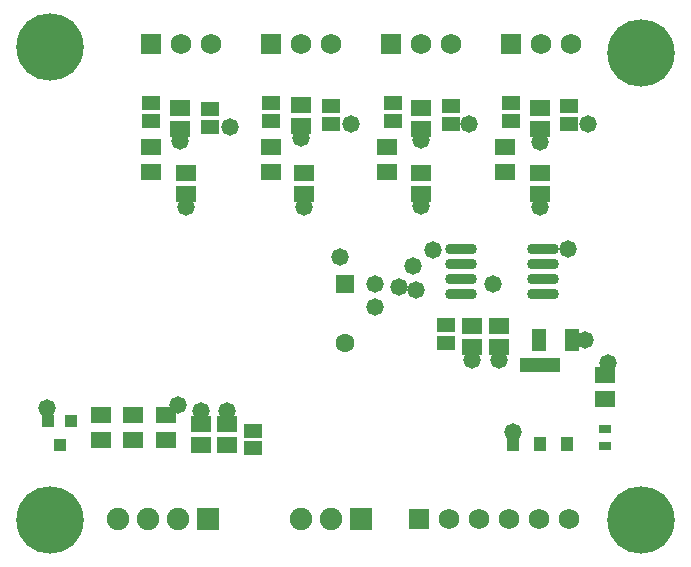
<source format=gts>
G04*
G04 #@! TF.GenerationSoftware,Altium Limited,Altium Designer,18.1.7 (191)*
G04*
G04 Layer_Color=8388736*
%FSLAX25Y25*%
%MOIN*%
G70*
G01*
G75*
%ADD24R,0.06272X0.04698*%
%ADD25R,0.06509X0.05328*%
%ADD26R,0.06706X0.05721*%
%ADD27O,0.10642X0.03556*%
%ADD28R,0.13202X0.05131*%
%ADD29R,0.04343X0.05131*%
%ADD30R,0.04540X0.07493*%
%ADD31R,0.03950X0.03162*%
%ADD32R,0.03950X0.04343*%
%ADD33C,0.22453*%
%ADD34R,0.07493X0.07493*%
%ADD35C,0.07493*%
%ADD36C,0.06902*%
%ADD37R,0.06902X0.06902*%
%ADD38R,0.06312X0.06312*%
%ADD39C,0.06312*%
%ADD40C,0.05800*%
D24*
X131890Y-98445D02*
D03*
Y-92500D02*
D03*
X53150Y-26594D02*
D03*
Y-20650D02*
D03*
X33622Y-24626D02*
D03*
Y-18681D02*
D03*
X67520Y-127736D02*
D03*
Y-133681D02*
D03*
X73622Y-24626D02*
D03*
Y-18681D02*
D03*
X114173Y-24626D02*
D03*
Y-18681D02*
D03*
X153622Y-24626D02*
D03*
Y-18681D02*
D03*
X93701Y-25630D02*
D03*
Y-19685D02*
D03*
X133465Y-25630D02*
D03*
Y-19685D02*
D03*
X173071Y-25630D02*
D03*
Y-19685D02*
D03*
D25*
X43307Y-20079D02*
D03*
Y-27165D02*
D03*
X45276Y-48819D02*
D03*
Y-41732D02*
D03*
X140748Y-100000D02*
D03*
Y-92913D02*
D03*
X149606Y-100000D02*
D03*
Y-92913D02*
D03*
X50197Y-125394D02*
D03*
Y-132480D02*
D03*
X59055Y-125394D02*
D03*
Y-132480D02*
D03*
X84646Y-48819D02*
D03*
Y-41732D02*
D03*
X123465Y-48819D02*
D03*
Y-41732D02*
D03*
X163386Y-48819D02*
D03*
Y-41732D02*
D03*
X83465Y-19075D02*
D03*
Y-26161D02*
D03*
X123622Y-20079D02*
D03*
Y-27165D02*
D03*
X163386Y-20079D02*
D03*
Y-27165D02*
D03*
D26*
X33465Y-33268D02*
D03*
Y-41535D02*
D03*
X27756Y-130709D02*
D03*
Y-122441D02*
D03*
X38583D02*
D03*
Y-130709D02*
D03*
X185039Y-109055D02*
D03*
Y-117323D02*
D03*
X16929Y-122441D02*
D03*
Y-130709D02*
D03*
X73465Y-33268D02*
D03*
Y-41535D02*
D03*
X112205Y-33268D02*
D03*
Y-41535D02*
D03*
X151575Y-33268D02*
D03*
Y-41535D02*
D03*
D27*
X164173Y-82303D02*
D03*
Y-77303D02*
D03*
Y-72303D02*
D03*
Y-67303D02*
D03*
X137008Y-82303D02*
D03*
Y-77303D02*
D03*
Y-72303D02*
D03*
Y-67303D02*
D03*
D28*
X163386Y-105905D02*
D03*
D29*
X172441Y-132283D02*
D03*
X163386D02*
D03*
X154331D02*
D03*
D30*
X173819Y-97441D02*
D03*
X162795D02*
D03*
D31*
X185039Y-132972D02*
D03*
Y-127264D02*
D03*
D32*
X6890Y-124606D02*
D03*
X-591D02*
D03*
X3150Y-132480D02*
D03*
D33*
X196850Y-157480D02*
D03*
Y-1969D02*
D03*
X0Y0D02*
D03*
Y-157480D02*
D03*
D34*
X52677Y-157087D02*
D03*
X103701Y-157087D02*
D03*
D35*
X42677Y-157087D02*
D03*
X32677D02*
D03*
X22677D02*
D03*
X93701Y-157087D02*
D03*
X83701D02*
D03*
D36*
X53465Y1059D02*
D03*
X43465D02*
D03*
X143071Y-157087D02*
D03*
X153071D02*
D03*
X163071D02*
D03*
X173071D02*
D03*
X133071D02*
D03*
X93465Y1059D02*
D03*
X83465D02*
D03*
X133465D02*
D03*
X123465D02*
D03*
X173465D02*
D03*
X163465D02*
D03*
D37*
X33465D02*
D03*
X123071Y-157087D02*
D03*
X73465Y1059D02*
D03*
X113465D02*
D03*
X153465D02*
D03*
D38*
X98425Y-78740D02*
D03*
D39*
Y-98425D02*
D03*
D40*
X147638Y-78740D02*
D03*
X108268Y-86614D02*
D03*
X116142Y-79724D02*
D03*
X108267Y-78740D02*
D03*
X122047Y-80709D02*
D03*
X186023Y-105315D02*
D03*
X178150Y-97441D02*
D03*
X179134Y-25630D02*
D03*
X139764Y-25591D02*
D03*
X100354Y-25630D02*
D03*
X60039Y-26575D02*
D03*
X149606Y-104331D02*
D03*
X140748D02*
D03*
X59055Y-121063D02*
D03*
X50197Y-121063D02*
D03*
X42677Y-119095D02*
D03*
X-984Y-120079D02*
D03*
X154331Y-128150D02*
D03*
X172697Y-67303D02*
D03*
X163386Y-53071D02*
D03*
X163386Y-31417D02*
D03*
X123465Y-52756D02*
D03*
X123622Y-30945D02*
D03*
X84646Y-53150D02*
D03*
X83465Y-30276D02*
D03*
X43307Y-31339D02*
D03*
X45276Y-53150D02*
D03*
X96457Y-69882D02*
D03*
X127756Y-67677D02*
D03*
X121063Y-72835D02*
D03*
M02*

</source>
